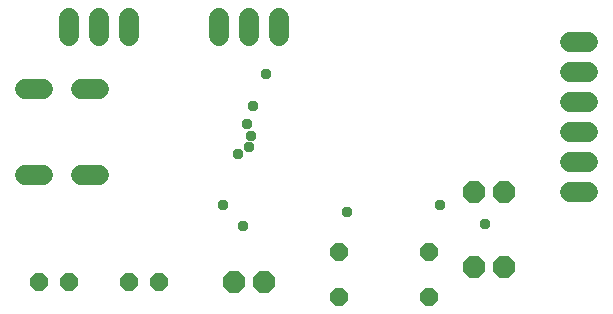
<source format=gbr>
G04 EAGLE Gerber RS-274X export*
G75*
%MOMM*%
%FSLAX34Y34*%
%LPD*%
%INSoldermask Bottom*%
%IPPOS*%
%AMOC8*
5,1,8,0,0,1.08239X$1,22.5*%
G01*
%ADD10P,1.951982X8X202.500000*%
%ADD11P,1.951982X8X22.500000*%
%ADD12C,1.727200*%
%ADD13P,1.649562X8X22.500000*%
%ADD14C,1.711200*%
%ADD15C,0.959600*%


D10*
X241300Y63500D03*
X215900Y63500D03*
X444500Y139700D03*
X419100Y139700D03*
D11*
X419100Y76200D03*
X444500Y76200D03*
D12*
X203200Y271780D02*
X203200Y287020D01*
X228600Y287020D02*
X228600Y271780D01*
X254000Y271780D02*
X254000Y287020D01*
X76200Y287020D02*
X76200Y271780D01*
X101600Y271780D02*
X101600Y287020D01*
X127000Y287020D02*
X127000Y271780D01*
D13*
X304800Y88900D03*
X381000Y88900D03*
X304800Y50800D03*
X381000Y50800D03*
X127000Y63500D03*
X152400Y63500D03*
D12*
X500380Y139700D02*
X515620Y139700D01*
X515620Y165100D02*
X500380Y165100D01*
X500380Y190500D02*
X515620Y190500D01*
X515620Y215900D02*
X500380Y215900D01*
X500380Y241300D02*
X515620Y241300D01*
X515620Y266700D02*
X500380Y266700D01*
D13*
X50800Y63500D03*
X76200Y63500D03*
D14*
X53740Y227000D02*
X38660Y227000D01*
X38660Y154000D02*
X53740Y154000D01*
X86660Y227000D02*
X101740Y227000D01*
X101740Y154000D02*
X86660Y154000D01*
D15*
X219075Y171450D03*
X230188Y187325D03*
X206375Y128588D03*
X223838Y111125D03*
X390525Y128588D03*
X228600Y177800D03*
X311150Y122238D03*
X428625Y112713D03*
X231775Y212725D03*
X227013Y196850D03*
X242888Y239713D03*
M02*

</source>
